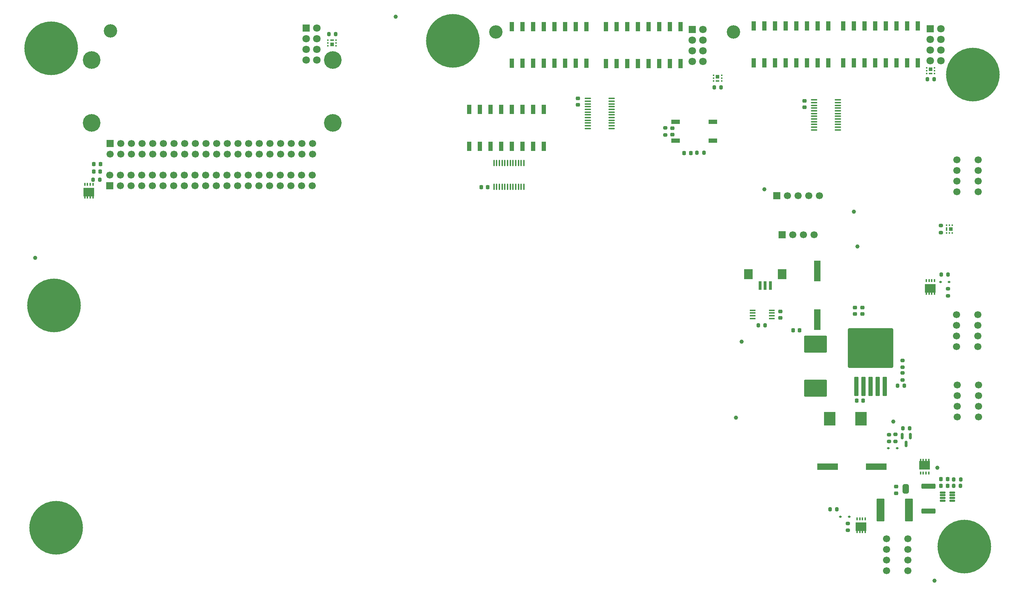
<source format=gbr>
%TF.GenerationSoftware,KiCad,Pcbnew,9.0.2*%
%TF.CreationDate,2025-12-28T14:46:50-05:00*%
%TF.ProjectId,Mothbox_5.0.4,4d6f7468-626f-4785-9f35-2e302e342e6b,5.0.4*%
%TF.SameCoordinates,Original*%
%TF.FileFunction,Soldermask,Bot*%
%TF.FilePolarity,Negative*%
%FSLAX46Y46*%
G04 Gerber Fmt 4.6, Leading zero omitted, Abs format (unit mm)*
G04 Created by KiCad (PCBNEW 9.0.2) date 2025-12-28 14:46:50*
%MOMM*%
%LPD*%
G01*
G04 APERTURE LIST*
G04 Aperture macros list*
%AMRoundRect*
0 Rectangle with rounded corners*
0 $1 Rounding radius*
0 $2 $3 $4 $5 $6 $7 $8 $9 X,Y pos of 4 corners*
0 Add a 4 corners polygon primitive as box body*
4,1,4,$2,$3,$4,$5,$6,$7,$8,$9,$2,$3,0*
0 Add four circle primitives for the rounded corners*
1,1,$1+$1,$2,$3*
1,1,$1+$1,$4,$5*
1,1,$1+$1,$6,$7*
1,1,$1+$1,$8,$9*
0 Add four rect primitives between the rounded corners*
20,1,$1+$1,$2,$3,$4,$5,0*
20,1,$1+$1,$4,$5,$6,$7,0*
20,1,$1+$1,$6,$7,$8,$9,0*
20,1,$1+$1,$8,$9,$2,$3,0*%
%AMFreePoly0*
4,1,23,0.500000,-0.750000,0.000000,-0.750000,0.000000,-0.745722,-0.065263,-0.745722,-0.191342,-0.711940,-0.304381,-0.646677,-0.396677,-0.554381,-0.461940,-0.441342,-0.495722,-0.315263,-0.495722,-0.250000,-0.500000,-0.250000,-0.500000,0.250000,-0.495722,0.250000,-0.495722,0.315263,-0.461940,0.441342,-0.396677,0.554381,-0.304381,0.646677,-0.191342,0.711940,-0.065263,0.745722,0.000000,0.745722,
0.000000,0.750000,0.500000,0.750000,0.500000,-0.750000,0.500000,-0.750000,$1*%
%AMFreePoly1*
4,1,23,0.000000,0.745722,0.065263,0.745722,0.191342,0.711940,0.304381,0.646677,0.396677,0.554381,0.461940,0.441342,0.495722,0.315263,0.495722,0.250000,0.500000,0.250000,0.500000,-0.250000,0.495722,-0.250000,0.495722,-0.315263,0.461940,-0.441342,0.396677,-0.554381,0.304381,-0.646677,0.191342,-0.711940,0.065263,-0.745722,0.000000,-0.745722,0.000000,-0.750000,-0.500000,-0.750000,
-0.500000,0.750000,0.000000,0.750000,0.000000,0.745722,0.000000,0.745722,$1*%
G04 Aperture macros list end*
%ADD10C,3.200000*%
%ADD11C,1.000000*%
%ADD12C,12.800000*%
%ADD13R,1.700000X1.700000*%
%ADD14C,1.700000*%
%ADD15R,1.800000X1.780000*%
%ADD16C,1.800000*%
%ADD17RoundRect,0.225000X0.225000X0.250000X-0.225000X0.250000X-0.225000X-0.250000X0.225000X-0.250000X0*%
%ADD18RoundRect,0.225000X-0.225000X-0.250000X0.225000X-0.250000X0.225000X0.250000X-0.225000X0.250000X0*%
%ADD19RoundRect,0.200000X-0.200000X-0.275000X0.200000X-0.275000X0.200000X0.275000X-0.200000X0.275000X0*%
%ADD20RoundRect,0.225000X0.250000X-0.225000X0.250000X0.225000X-0.250000X0.225000X-0.250000X-0.225000X0*%
%ADD21R,0.450000X0.400000*%
%ADD22R,0.910000X0.400000*%
%ADD23R,0.910000X0.810000*%
%ADD24R,1.100000X2.200000*%
%ADD25RoundRect,0.218750X-0.218750X-0.256250X0.218750X-0.256250X0.218750X0.256250X-0.218750X0.256250X0*%
%ADD26R,1.600000X5.000000*%
%ADD27RoundRect,0.200000X0.275000X-0.200000X0.275000X0.200000X-0.275000X0.200000X-0.275000X-0.200000X0*%
%ADD28RoundRect,0.200000X-0.275000X0.200000X-0.275000X-0.200000X0.275000X-0.200000X0.275000X0.200000X0*%
%ADD29RoundRect,0.100000X0.637500X0.100000X-0.637500X0.100000X-0.637500X-0.100000X0.637500X-0.100000X0*%
%ADD30FreePoly0,90.000000*%
%ADD31FreePoly1,90.000000*%
%ADD32RoundRect,0.225000X-0.250000X0.225000X-0.250000X-0.225000X0.250000X-0.225000X0.250000X0.225000X0*%
%ADD33RoundRect,0.125000X-0.537500X-0.125000X0.537500X-0.125000X0.537500X0.125000X-0.537500X0.125000X0*%
%ADD34R,0.700000X2.000000*%
%ADD35R,2.000000X2.400000*%
%ADD36R,2.080000X0.980000*%
%ADD37RoundRect,0.200000X0.200000X0.275000X-0.200000X0.275000X-0.200000X-0.275000X0.200000X-0.275000X0*%
%ADD38RoundRect,0.112500X0.187500X0.112500X-0.187500X0.112500X-0.187500X-0.112500X0.187500X-0.112500X0*%
%ADD39R,0.400000X0.750000*%
%ADD40R,0.400000X0.800000*%
%ADD41R,2.600000X2.000000*%
%ADD42RoundRect,0.250000X-1.425000X0.362500X-1.425000X-0.362500X1.425000X-0.362500X1.425000X0.362500X0*%
%ADD43RoundRect,0.250000X0.300000X-2.050000X0.300000X2.050000X-0.300000X2.050000X-0.300000X-2.050000X0*%
%ADD44RoundRect,0.250002X5.149998X-4.449998X5.149998X4.449998X-5.149998X4.449998X-5.149998X-4.449998X0*%
%ADD45RoundRect,0.112500X-0.187500X-0.112500X0.187500X-0.112500X0.187500X0.112500X-0.187500X0.112500X0*%
%ADD46C,4.204000*%
%ADD47RoundRect,0.100000X-0.100000X0.637500X-0.100000X-0.637500X0.100000X-0.637500X0.100000X0.637500X0*%
%ADD48RoundRect,0.250000X2.500000X-1.750000X2.500000X1.750000X-2.500000X1.750000X-2.500000X-1.750000X0*%
%ADD49R,5.000000X1.600000*%
%ADD50RoundRect,0.250000X-0.712500X-2.475000X0.712500X-2.475000X0.712500X2.475000X-0.712500X2.475000X0*%
%ADD51R,2.700000X3.300000*%
%ADD52R,0.400000X0.450000*%
%ADD53R,0.400000X0.910000*%
%ADD54R,0.810000X0.910000*%
%ADD55RoundRect,0.150000X-0.150000X0.587500X-0.150000X-0.587500X0.150000X-0.587500X0.150000X0.587500X0*%
%ADD56R,1.400000X0.410000*%
G04 APERTURE END LIST*
%TO.C,JP1*%
G36*
X140510000Y-32955671D02*
G01*
X139010000Y-32955671D01*
X139010000Y-32655671D01*
X140510000Y-32655671D01*
X140510000Y-32955671D01*
G37*
%TD*%
D10*
%TO.C,H11*%
X98664815Y76137849D03*
%TD*%
D11*
%TO.C,TP9*%
X-67749331Y22291322D03*
%TD*%
D12*
%TO.C,H3*%
X31810000Y73964329D03*
%TD*%
D10*
%TO.C,H12*%
X42027061Y76094408D03*
%TD*%
%TO.C,H13*%
X-49776601Y76398843D03*
%TD*%
D11*
%TO.C,TP4*%
X106088922Y38593494D03*
%TD*%
%TO.C,TP7*%
X100644448Y2305791D03*
%TD*%
D12*
%TO.C,H6*%
X-62785185Y-42062151D03*
%TD*%
D13*
%TO.C,U5*%
X-50012001Y39448894D03*
D14*
X-50012001Y41988894D03*
X-47472001Y39448894D03*
X-47472001Y41988894D03*
X-44932002Y39448894D03*
X-44932001Y41988894D03*
X-42392001Y39448894D03*
X-42392001Y41988894D03*
X-39852001Y39448894D03*
X-39852001Y41988894D03*
X-37312001Y39448894D03*
X-37312001Y41988894D03*
X-34772001Y39448894D03*
X-34772001Y41988894D03*
X-32232000Y39448894D03*
X-32232001Y41988894D03*
X-29692001Y39448894D03*
X-29692001Y41988894D03*
X-27152001Y39448894D03*
X-27152001Y41988894D03*
X-24612001Y39448894D03*
X-24612001Y41988894D03*
X-22072002Y39448894D03*
X-22072001Y41988894D03*
X-19532001Y39448894D03*
X-19532001Y41988894D03*
X-16992001Y39448894D03*
X-16992001Y41988894D03*
X-14452001Y39448894D03*
X-14452001Y41988894D03*
X-11912002Y39448894D03*
X-11912001Y41988894D03*
X-9372000Y39448894D03*
X-9372001Y41988894D03*
X-6832001Y39448894D03*
X-6832001Y41988894D03*
X-4292001Y39448894D03*
X-4292001Y41988894D03*
X-1752001Y39448894D03*
X-1752001Y41988894D03*
%TD*%
D15*
%TO.C,H10*%
X88827556Y76664779D03*
D16*
X91367556Y76664779D03*
X88827556Y74124779D03*
X91367556Y74124779D03*
X88827556Y71584779D03*
X91367556Y71584779D03*
X88827556Y69044779D03*
X91367556Y69044779D03*
%TD*%
D11*
%TO.C,TP6*%
X128267838Y24986014D03*
%TD*%
D12*
%TO.C,H7*%
X153714815Y-46562151D03*
%TD*%
D11*
%TO.C,TP3*%
X127364815Y33237849D03*
%TD*%
D12*
%TO.C,H4*%
X-63935185Y72187849D03*
%TD*%
D11*
%TO.C,TP2*%
X147247758Y-27774716D03*
%TD*%
D12*
%TO.C,H5*%
X-63300000Y10884329D03*
%TD*%
D11*
%TO.C,TP8*%
X18208170Y79732148D03*
%TD*%
D15*
%TO.C,H9*%
X-3153838Y77032342D03*
D16*
X-613838Y77032342D03*
X-3153838Y74492342D03*
X-613838Y74492342D03*
X-3153838Y71952342D03*
X-613838Y71952342D03*
X-3153838Y69412342D03*
X-613838Y69412342D03*
%TD*%
D15*
%TO.C,H8*%
X145620519Y76898184D03*
D16*
X148160519Y76898184D03*
X145620519Y74358184D03*
X148160519Y74358184D03*
X145620519Y71818184D03*
X148160519Y71818184D03*
X145620519Y69278184D03*
X148160519Y69278184D03*
%TD*%
D12*
%TO.C,H2*%
X155714815Y65937849D03*
%TD*%
D11*
%TO.C,TP10*%
X146615789Y-54705402D03*
%TD*%
%TO.C,TP5*%
X136756166Y-16792685D03*
%TD*%
D17*
%TO.C,C17*%
X-52225000Y44584329D03*
X-53775000Y44584329D03*
%TD*%
D18*
%TO.C,C3*%
X128072303Y-11798759D03*
X129622303Y-11798759D03*
%TD*%
D19*
%TO.C,R38*%
X121705855Y-37724046D03*
X123355855Y-37724046D03*
%TD*%
D14*
%TO.C,J4*%
X157061743Y45616086D03*
X151981743Y45616086D03*
X157061743Y43076086D03*
X151981743Y43076086D03*
X157061743Y40536086D03*
X151981743Y40536086D03*
X157061743Y37996086D03*
X151981743Y37996086D03*
%TD*%
D20*
%TO.C,C7*%
X61592858Y58742782D03*
X61592858Y60292782D03*
%TD*%
D21*
%TO.C,Q5*%
X146650160Y67549356D03*
X146650160Y66889357D03*
X146650160Y66239356D03*
X144750160Y66239356D03*
X144750160Y66889357D03*
X144750160Y67549356D03*
D22*
X145700160Y66189355D03*
D23*
X145700160Y67219355D03*
%TD*%
D24*
%TO.C,U10*%
X68335084Y77364867D03*
X70875084Y77364867D03*
X73415084Y77364867D03*
X75955084Y77364867D03*
X78495084Y77364867D03*
X81035084Y77364867D03*
X83575084Y77364867D03*
X86115084Y77364867D03*
X86115084Y68564867D03*
X83575084Y68564867D03*
X81035084Y68564867D03*
X78495084Y68564867D03*
X75955084Y68564867D03*
X73415084Y68564867D03*
X70875084Y68564867D03*
X68335084Y68564867D03*
%TD*%
D25*
%TO.C,D3*%
X86963088Y47278041D03*
X88538090Y47278041D03*
%TD*%
D18*
%TO.C,C8*%
X148151600Y-30527067D03*
X149701600Y-30527067D03*
%TD*%
D26*
%TO.C,C16*%
X118675583Y7498297D03*
X118675583Y19098297D03*
%TD*%
D19*
%TO.C,R1*%
X139062677Y-18372672D03*
X140712677Y-18372672D03*
%TD*%
D13*
%TO.C,U7*%
X-49915185Y49490349D03*
D14*
X-49915185Y46950349D03*
X-47375185Y49490349D03*
X-47375185Y46950349D03*
X-44835185Y49490349D03*
X-44835185Y46950349D03*
X-42295185Y49490349D03*
X-42295185Y46950349D03*
X-39755185Y49490349D03*
X-39755185Y46950349D03*
X-37215185Y49490349D03*
X-37215185Y46950349D03*
X-34675185Y49490349D03*
X-34675185Y46950349D03*
X-32135185Y49490349D03*
X-32135185Y46950349D03*
X-29595185Y49490349D03*
X-29595185Y46950349D03*
X-27055185Y49490349D03*
X-27055185Y46950349D03*
X-24515185Y49490349D03*
X-24515185Y46950349D03*
X-21975185Y49490349D03*
X-21975185Y46950349D03*
X-19435185Y49490349D03*
X-19435185Y46950349D03*
X-16895185Y49490349D03*
X-16895185Y46950349D03*
X-14355185Y49490349D03*
X-14355185Y46950349D03*
X-11815185Y49490349D03*
X-11815185Y46950349D03*
X-9275185Y49490349D03*
X-9275185Y46950349D03*
X-6735185Y49490349D03*
X-6735185Y46950349D03*
X-4195185Y49490349D03*
X-4195185Y46950349D03*
X-1655185Y49490349D03*
X-1655185Y46950349D03*
%TD*%
D24*
%TO.C,U11*%
X45829011Y77420614D03*
X48369011Y77420614D03*
X50909011Y77420614D03*
X53449011Y77420614D03*
X55989011Y77420614D03*
X58529011Y77420614D03*
X61069011Y77420614D03*
X63609011Y77420614D03*
X63609011Y68620614D03*
X61069011Y68620614D03*
X58529011Y68620614D03*
X55989011Y68620614D03*
X53449011Y68620614D03*
X50909011Y68620614D03*
X48369011Y68620614D03*
X45829011Y68620614D03*
%TD*%
D17*
%TO.C,C5*%
X114427649Y5011284D03*
X112877649Y5011284D03*
%TD*%
D27*
%TO.C,R30*%
X137310970Y-21503359D03*
X137310970Y-19853359D03*
%TD*%
D14*
%TO.C,J3*%
X157079878Y-8069029D03*
X151999878Y-8069029D03*
X157079878Y-10609029D03*
X151999878Y-10609029D03*
X157079878Y-13149029D03*
X151999878Y-13149029D03*
X157079878Y-15689029D03*
X151999878Y-15689029D03*
%TD*%
D28*
%TO.C,R3*%
X138996943Y-5185970D03*
X138996943Y-6835970D03*
%TD*%
D17*
%TO.C,C18*%
X-52231879Y42850432D03*
X-53781879Y42850432D03*
%TD*%
D29*
%TO.C,U9*%
X123602659Y59922277D03*
X123602659Y59272277D03*
X123602659Y58622277D03*
X123602659Y57972277D03*
X123602659Y57322277D03*
X123602659Y56672277D03*
X123602659Y56022277D03*
X123602659Y55372277D03*
X123602659Y54722277D03*
X123602659Y54072277D03*
X123602659Y53422277D03*
X123602659Y52772277D03*
X117877659Y52772277D03*
X117877659Y53422277D03*
X117877659Y54072277D03*
X117877659Y54722277D03*
X117877659Y55372277D03*
X117877659Y56022277D03*
X117877659Y56672277D03*
X117877659Y57322277D03*
X117877659Y57972277D03*
X117877659Y58622277D03*
X117877659Y59272277D03*
X117877659Y59922277D03*
%TD*%
D30*
%TO.C,JP1*%
X139760000Y-33455671D03*
D31*
X139760000Y-32155671D03*
%TD*%
D32*
%TO.C,C15*%
X84116199Y53173938D03*
X84116199Y51623938D03*
%TD*%
D33*
%TO.C,U3*%
X148564100Y-35631444D03*
X148564100Y-34981444D03*
X148564100Y-34331444D03*
X148564100Y-33681444D03*
X150839100Y-33681444D03*
X150839100Y-34331444D03*
X150839100Y-34981444D03*
X150839100Y-35631444D03*
%TD*%
D32*
%TO.C,C4*%
X109824516Y9487413D03*
X109824516Y7937413D03*
%TD*%
D34*
%TO.C,J5*%
X105000000Y15634329D03*
X106250000Y15634329D03*
X107500000Y15634329D03*
D35*
X110250000Y18334329D03*
X102250000Y18334329D03*
%TD*%
D24*
%TO.C,U13*%
X124864222Y77531424D03*
X127404222Y77531424D03*
X129944222Y77531424D03*
X132484222Y77531424D03*
X135024222Y77531424D03*
X137564222Y77531424D03*
X140104222Y77531424D03*
X142644222Y77531424D03*
X142644222Y68731424D03*
X140104222Y68731424D03*
X137564222Y68731424D03*
X135024222Y68731424D03*
X132484222Y68731424D03*
X129944222Y68731424D03*
X127404222Y68731424D03*
X124864222Y68731424D03*
%TD*%
D21*
%TO.C,Q6*%
X2031790Y72839962D03*
X2031790Y73499961D03*
X2031790Y74149962D03*
X3931790Y74149962D03*
X3931790Y73499961D03*
X3931790Y72839962D03*
D22*
X2981790Y74199963D03*
D23*
X2981790Y73169963D03*
%TD*%
D36*
%TO.C,SW2*%
X93790000Y54684329D03*
X84910000Y54684329D03*
X93790000Y50184329D03*
X84910000Y50184329D03*
%TD*%
D37*
%TO.C,R34*%
X91625000Y47284329D03*
X89975000Y47284329D03*
%TD*%
D13*
%TO.C,U8*%
X109003998Y37067769D03*
D14*
X111543998Y37067769D03*
X114083998Y37067769D03*
X116623998Y37067769D03*
X119163998Y37067769D03*
%TD*%
D24*
%TO.C,U12*%
X35674815Y57637849D03*
X38214815Y57637849D03*
X40754815Y57637849D03*
X43294815Y57637849D03*
X45834815Y57637849D03*
X48374815Y57637849D03*
X50914815Y57637849D03*
X53454815Y57637849D03*
X53454815Y48837849D03*
X50914815Y48837849D03*
X48374815Y48837849D03*
X45834815Y48837849D03*
X43294815Y48837849D03*
X40754815Y48837849D03*
X38214815Y48837849D03*
X35674815Y48837849D03*
%TD*%
D37*
%TO.C,R6*%
X152863364Y-30549371D03*
X151213364Y-30549371D03*
%TD*%
D18*
%TO.C,C6*%
X148167608Y-32121272D03*
X149717608Y-32121272D03*
%TD*%
%TO.C,C12*%
X38539815Y39137849D03*
X40089815Y39137849D03*
%TD*%
D27*
%TO.C,R19*%
X148166558Y28300931D03*
X148166558Y29950931D03*
%TD*%
D19*
%TO.C,R31*%
X2217301Y75591151D03*
X3867301Y75591151D03*
%TD*%
D32*
%TO.C,C2*%
X137480000Y-32300671D03*
X137480000Y-33850671D03*
%TD*%
D38*
%TO.C,D1*%
X126277208Y-39420776D03*
X124177208Y-39420776D03*
%TD*%
D14*
%TO.C,J2*%
X140302098Y-44704396D03*
X135222098Y-44704396D03*
X140302098Y-47244396D03*
X135222098Y-47244396D03*
X140302098Y-49784396D03*
X135222098Y-49784396D03*
X140302098Y-52324396D03*
X135222098Y-52324396D03*
%TD*%
D38*
%TO.C,D4*%
X150108629Y16505191D03*
X148008629Y16505191D03*
%TD*%
D39*
%TO.C,Q10*%
X144643937Y16869101D03*
X145303937Y16869101D03*
X145953937Y16869101D03*
X146603937Y16869101D03*
D40*
X146603937Y13809101D03*
X145953937Y13809101D03*
X145303937Y13809101D03*
X144643937Y13809101D03*
D41*
X145623937Y15009101D03*
%TD*%
D37*
%TO.C,R5*%
X152828173Y-32133002D03*
X151178173Y-32133002D03*
%TD*%
D42*
%TO.C,R4*%
X145201600Y-32193944D03*
X145201600Y-38118944D03*
%TD*%
D43*
%TO.C,U2*%
X134783638Y-8393245D03*
X133083638Y-8393244D03*
X131383638Y-8393245D03*
D44*
X131383638Y756755D03*
D43*
X129683638Y-8393244D03*
X127983638Y-8393245D03*
%TD*%
D39*
%TO.C,Q1*%
X128136835Y-39932735D03*
X128796835Y-39932735D03*
X129446835Y-39932735D03*
X130096835Y-39932735D03*
D40*
X130096835Y-42992735D03*
X129446835Y-42992735D03*
X128796835Y-42992735D03*
X128136835Y-42992735D03*
D41*
X129116835Y-41792735D03*
%TD*%
D24*
%TO.C,U14*%
X103506146Y77511845D03*
X106046146Y77511845D03*
X108586146Y77511845D03*
X111126146Y77511845D03*
X113666146Y77511845D03*
X116206146Y77511845D03*
X118746146Y77511845D03*
X121286146Y77511845D03*
X121286146Y68711845D03*
X118746146Y68711845D03*
X116206146Y68711845D03*
X113666146Y68711845D03*
X111126146Y68711845D03*
X108586146Y68711845D03*
X106046146Y68711845D03*
X103506146Y68711845D03*
%TD*%
D20*
%TO.C,C9*%
X115615709Y58140257D03*
X115615709Y59690257D03*
%TD*%
D45*
%TO.C,D2*%
X135604336Y-23146464D03*
X137704336Y-23146464D03*
%TD*%
D27*
%TO.C,R35*%
X82462843Y51573397D03*
X82462843Y53223397D03*
%TD*%
D46*
%TO.C,U6*%
X-54285185Y54437849D03*
X3214815Y54437849D03*
X-54285185Y69437849D03*
X3214815Y69437849D03*
%TD*%
D28*
%TO.C,R39*%
X149860106Y14894111D03*
X149860106Y13244111D03*
%TD*%
D37*
%TO.C,R21*%
X95757594Y62938269D03*
X94107594Y62938269D03*
%TD*%
D14*
%TO.C,J1*%
X156914327Y8694689D03*
X151834327Y8694689D03*
X156914327Y6154689D03*
X151834327Y6154689D03*
X156914327Y3614689D03*
X151834327Y3614689D03*
X156914327Y1074689D03*
X151834327Y1074689D03*
%TD*%
D28*
%TO.C,R41*%
X135787421Y-19875281D03*
X135787421Y-21525281D03*
%TD*%
D20*
%TO.C,C10*%
X129413334Y8862282D03*
X129413334Y10412282D03*
%TD*%
D47*
%TO.C,U16*%
X41586203Y44900349D03*
X42236203Y44900349D03*
X42886203Y44900349D03*
X43536203Y44900349D03*
X44186203Y44900349D03*
X44836203Y44900349D03*
X45486203Y44900349D03*
X46136203Y44900349D03*
X46786203Y44900349D03*
X47436203Y44900349D03*
X48086203Y44900349D03*
X48736203Y44900349D03*
X48736203Y39175349D03*
X48086203Y39175349D03*
X47436203Y39175349D03*
X46786203Y39175349D03*
X46136203Y39175349D03*
X45486203Y39175349D03*
X44836203Y39175349D03*
X44186203Y39175349D03*
X43536203Y39175349D03*
X42886203Y39175349D03*
X42236203Y39175349D03*
X41586203Y39175349D03*
%TD*%
D48*
%TO.C,L1*%
X118214815Y-8812151D03*
X118214815Y1687849D03*
%TD*%
D29*
%TO.C,U15*%
X69659215Y60249367D03*
X69659215Y59599367D03*
X69659215Y58949367D03*
X69659215Y58299367D03*
X69659215Y57649367D03*
X69659215Y56999367D03*
X69659215Y56349367D03*
X69659215Y55699367D03*
X69659215Y55049367D03*
X69659215Y54399367D03*
X69659215Y53749367D03*
X69659215Y53099367D03*
X63934215Y53099367D03*
X63934215Y53749367D03*
X63934215Y54399367D03*
X63934215Y55049367D03*
X63934215Y55699367D03*
X63934215Y56349367D03*
X63934215Y56999367D03*
X63934215Y57649367D03*
X63934215Y58299367D03*
X63934215Y58949367D03*
X63934215Y59599367D03*
X63934215Y60249367D03*
%TD*%
D49*
%TO.C,C14*%
X132684092Y-27527159D03*
X121084092Y-27527159D03*
%TD*%
D13*
%TO.C,H1*%
X110274815Y27787849D03*
D14*
X112814815Y27787849D03*
X115354814Y27787849D03*
X117894815Y27787849D03*
%TD*%
D37*
%TO.C,R36*%
X-52335000Y40854329D03*
X-53985000Y40854329D03*
%TD*%
D11*
%TO.C,TP1*%
X99243003Y-15812151D03*
%TD*%
D37*
%TO.C,R32*%
X139434478Y-8259677D03*
X137784478Y-8259677D03*
%TD*%
D50*
%TO.C,F2*%
X133732786Y-37887455D03*
X140507786Y-37887455D03*
%TD*%
D39*
%TO.C,Q13*%
X-55945000Y39793136D03*
X-55285000Y39793136D03*
X-54635000Y39793136D03*
X-53985000Y39793136D03*
D40*
X-53985000Y36733136D03*
X-54635000Y36733136D03*
X-55285000Y36733136D03*
X-55945000Y36733136D03*
D41*
X-54965000Y37933136D03*
%TD*%
D19*
%TO.C,R42*%
X148214059Y18254816D03*
X149864059Y18254816D03*
%TD*%
D51*
%TO.C,E1*%
X121674815Y-16112151D03*
X129054815Y-16112151D03*
%TD*%
D28*
%TO.C,R2*%
X139001715Y-2175686D03*
X139001715Y-3825686D03*
%TD*%
D52*
%TO.C,Q4*%
X150826119Y28151191D03*
X150166120Y28151191D03*
X149516119Y28151191D03*
X149516119Y30051191D03*
X150166120Y30051191D03*
X150826119Y30051191D03*
D53*
X149466118Y29101191D03*
D54*
X150496118Y29101191D03*
%TD*%
D37*
%TO.C,R33*%
X106265345Y6213720D03*
X104615345Y6213720D03*
%TD*%
%TO.C,R27*%
X146541652Y64860581D03*
X144891652Y64860581D03*
%TD*%
D28*
%TO.C,R29*%
X125927272Y-41053014D03*
X125927272Y-42703014D03*
%TD*%
D20*
%TO.C,C11*%
X127677335Y8848051D03*
X127677335Y10398051D03*
%TD*%
D39*
%TO.C,Q8*%
X145242502Y-29022569D03*
X144582502Y-29022569D03*
X143932502Y-29022569D03*
X143282502Y-29022569D03*
D40*
X143282502Y-25962569D03*
X143932502Y-25962569D03*
X144582502Y-25962569D03*
X145242502Y-25962569D03*
D41*
X144262502Y-27162569D03*
%TD*%
D55*
%TO.C,Q2*%
X138912511Y-20237129D03*
X140812511Y-20237129D03*
X139862511Y-22112130D03*
%TD*%
D56*
%TO.C,U17*%
X103224474Y7792982D03*
X103224474Y8442982D03*
X103224474Y9102982D03*
X103224474Y9752982D03*
X107824474Y9752982D03*
X107824474Y9102982D03*
X107824474Y8442982D03*
X107824474Y7792982D03*
%TD*%
D21*
%TO.C,Q9*%
X95870772Y65752034D03*
X95870772Y65092035D03*
X95870772Y64442034D03*
X93970772Y64442034D03*
X93970772Y65092035D03*
X93970772Y65752034D03*
D22*
X94920772Y64392033D03*
D23*
X94920772Y65422033D03*
%TD*%
M02*

</source>
